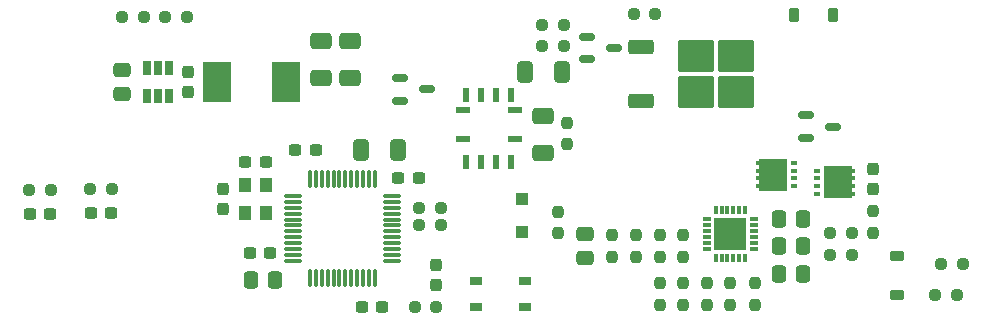
<source format=gbr>
%TF.GenerationSoftware,KiCad,Pcbnew,9.0.6-unknown-202512120022~866d92e1f6~ubuntu24.04.1*%
%TF.CreationDate,2026-01-10T16:13:02+02:00*%
%TF.ProjectId,TalTechHeat,54616c54-6563-4684-9865-61742e6b6963,1.2*%
%TF.SameCoordinates,Original*%
%TF.FileFunction,Paste,Top*%
%TF.FilePolarity,Positive*%
%FSLAX46Y46*%
G04 Gerber Fmt 4.6, Leading zero omitted, Abs format (unit mm)*
G04 Created by KiCad (PCBNEW 9.0.6-unknown-202512120022~866d92e1f6~ubuntu24.04.1) date 2026-01-10 16:13:02*
%MOMM*%
%LPD*%
G01*
G04 APERTURE LIST*
G04 Aperture macros list*
%AMRoundRect*
0 Rectangle with rounded corners*
0 $1 Rounding radius*
0 $2 $3 $4 $5 $6 $7 $8 $9 X,Y pos of 4 corners*
0 Add a 4 corners polygon primitive as box body*
4,1,4,$2,$3,$4,$5,$6,$7,$8,$9,$2,$3,0*
0 Add four circle primitives for the rounded corners*
1,1,$1+$1,$2,$3*
1,1,$1+$1,$4,$5*
1,1,$1+$1,$6,$7*
1,1,$1+$1,$8,$9*
0 Add four rect primitives between the rounded corners*
20,1,$1+$1,$2,$3,$4,$5,0*
20,1,$1+$1,$4,$5,$6,$7,0*
20,1,$1+$1,$6,$7,$8,$9,0*
20,1,$1+$1,$8,$9,$2,$3,0*%
G04 Aperture macros list end*
%ADD10RoundRect,0.225000X0.375000X-0.225000X0.375000X0.225000X-0.375000X0.225000X-0.375000X-0.225000X0*%
%ADD11RoundRect,0.250000X-0.337500X-0.475000X0.337500X-0.475000X0.337500X0.475000X-0.337500X0.475000X0*%
%ADD12R,0.600000X0.400000*%
%ADD13R,2.350000X2.800000*%
%ADD14RoundRect,0.237500X0.237500X-0.250000X0.237500X0.250000X-0.237500X0.250000X-0.237500X-0.250000X0*%
%ADD15RoundRect,0.237500X0.300000X0.237500X-0.300000X0.237500X-0.300000X-0.237500X0.300000X-0.237500X0*%
%ADD16RoundRect,0.250000X0.650000X-0.412500X0.650000X0.412500X-0.650000X0.412500X-0.650000X-0.412500X0*%
%ADD17RoundRect,0.237500X-0.250000X-0.237500X0.250000X-0.237500X0.250000X0.237500X-0.250000X0.237500X0*%
%ADD18RoundRect,0.237500X0.250000X0.237500X-0.250000X0.237500X-0.250000X-0.237500X0.250000X-0.237500X0*%
%ADD19R,1.100000X1.300000*%
%ADD20RoundRect,0.237500X-0.237500X0.250000X-0.237500X-0.250000X0.237500X-0.250000X0.237500X0.250000X0*%
%ADD21RoundRect,0.150000X-0.512500X-0.150000X0.512500X-0.150000X0.512500X0.150000X-0.512500X0.150000X0*%
%ADD22R,1.050000X0.650000*%
%ADD23R,0.300000X0.800000*%
%ADD24R,0.800000X0.300000*%
%ADD25R,2.800000X2.800000*%
%ADD26RoundRect,0.237500X0.237500X-0.300000X0.237500X0.300000X-0.237500X0.300000X-0.237500X-0.300000X0*%
%ADD27R,1.270000X0.610000*%
%ADD28R,0.610000X1.270000*%
%ADD29RoundRect,0.237500X-0.237500X0.300000X-0.237500X-0.300000X0.237500X-0.300000X0.237500X0.300000X0*%
%ADD30RoundRect,0.237500X-0.300000X-0.237500X0.300000X-0.237500X0.300000X0.237500X-0.300000X0.237500X0*%
%ADD31RoundRect,0.075000X-0.662500X-0.075000X0.662500X-0.075000X0.662500X0.075000X-0.662500X0.075000X0*%
%ADD32RoundRect,0.075000X-0.075000X-0.662500X0.075000X-0.662500X0.075000X0.662500X-0.075000X0.662500X0*%
%ADD33RoundRect,0.250000X-0.475000X0.337500X-0.475000X-0.337500X0.475000X-0.337500X0.475000X0.337500X0*%
%ADD34RoundRect,0.250000X0.300000X-0.300000X0.300000X0.300000X-0.300000X0.300000X-0.300000X-0.300000X0*%
%ADD35RoundRect,0.250000X0.475000X-0.337500X0.475000X0.337500X-0.475000X0.337500X-0.475000X-0.337500X0*%
%ADD36RoundRect,0.250000X0.412500X0.650000X-0.412500X0.650000X-0.412500X-0.650000X0.412500X-0.650000X0*%
%ADD37R,0.700000X1.200000*%
%ADD38RoundRect,0.250000X-1.275000X-1.125000X1.275000X-1.125000X1.275000X1.125000X-1.275000X1.125000X0*%
%ADD39RoundRect,0.250000X-0.850000X-0.350000X0.850000X-0.350000X0.850000X0.350000X-0.850000X0.350000X0*%
%ADD40RoundRect,0.250000X-0.412500X-0.650000X0.412500X-0.650000X0.412500X0.650000X-0.412500X0.650000X0*%
%ADD41RoundRect,0.250000X0.337500X0.475000X-0.337500X0.475000X-0.337500X-0.475000X0.337500X-0.475000X0*%
%ADD42R,2.413000X3.429000*%
%ADD43RoundRect,0.250000X-0.650000X0.412500X-0.650000X-0.412500X0.650000X-0.412500X0.650000X0.412500X0*%
%ADD44RoundRect,0.225000X0.225000X0.375000X-0.225000X0.375000X-0.225000X-0.375000X0.225000X-0.375000X0*%
G04 APERTURE END LIST*
D10*
%TO.C,D1*%
X228700000Y-112500000D03*
X228700000Y-109200000D03*
%TD*%
D11*
%TO.C,C21*%
X218650000Y-108375000D03*
X220725000Y-108375000D03*
%TD*%
D12*
%TO.C,Q3*%
X224850000Y-103925000D03*
X224850000Y-103275000D03*
X224850000Y-102625000D03*
X224850000Y-101975000D03*
D13*
X223725000Y-102950000D03*
D12*
X221900000Y-103925000D03*
X221900000Y-103275000D03*
X221900000Y-102625000D03*
X221900000Y-101975000D03*
%TD*%
D14*
%TO.C,R19*%
X208575000Y-113337500D03*
X208575000Y-111512500D03*
%TD*%
D15*
%TO.C,C26*%
X162150000Y-105550000D03*
X160425000Y-105550000D03*
%TD*%
D14*
%TO.C,R18*%
X210575000Y-113337500D03*
X210575000Y-111512500D03*
%TD*%
D16*
%TO.C,C2*%
X182375000Y-94125000D03*
X182375000Y-91000000D03*
%TD*%
D17*
%TO.C,R25*%
X155225000Y-103625000D03*
X157050000Y-103625000D03*
%TD*%
D18*
%TO.C,R23*%
X208200000Y-88712500D03*
X206375000Y-88712500D03*
%TD*%
D19*
%TO.C,Y1*%
X175275000Y-103212500D03*
X175275000Y-105512500D03*
X173475000Y-105512500D03*
X173475000Y-103212500D03*
%TD*%
D20*
%TO.C,R16*%
X204575000Y-107412500D03*
X204575000Y-109237500D03*
%TD*%
D21*
%TO.C,D2*%
X220987500Y-97275000D03*
X220987500Y-99175000D03*
X223262500Y-98225000D03*
%TD*%
D17*
%TO.C,R7*%
X232427500Y-109830000D03*
X234252500Y-109830000D03*
%TD*%
%TO.C,R22*%
X198662500Y-89600000D03*
X200487500Y-89600000D03*
%TD*%
D22*
%TO.C,SW1*%
X197150000Y-113475000D03*
X193000000Y-113475000D03*
X197150000Y-111325000D03*
X193025000Y-111325000D03*
%TD*%
D23*
%TO.C,U4*%
X215825000Y-105325000D03*
X215325000Y-105325000D03*
X214825000Y-105325000D03*
X214325000Y-105325000D03*
X213825000Y-105325000D03*
X213325000Y-105325000D03*
D24*
X212575000Y-106075000D03*
X212575000Y-106575000D03*
X212575000Y-107075000D03*
X212575000Y-107575000D03*
X212575000Y-108075000D03*
X212575000Y-108575000D03*
D23*
X213325000Y-109325000D03*
X213825000Y-109325000D03*
X214325000Y-109325000D03*
X214825000Y-109325000D03*
X215325000Y-109325000D03*
X215825000Y-109325000D03*
D24*
X216575000Y-108575000D03*
X216575000Y-108075000D03*
X216575000Y-107575000D03*
X216575000Y-107075000D03*
X216575000Y-106575000D03*
X216575000Y-106075000D03*
D25*
X214575000Y-107325000D03*
%TD*%
D26*
%TO.C,C11*%
X189650000Y-111637500D03*
X189650000Y-109912500D03*
%TD*%
D27*
%TO.C,Q1*%
X191960000Y-99285000D03*
X196300000Y-99285000D03*
X191960000Y-96850000D03*
X196300000Y-96850000D03*
D28*
X192225000Y-95573000D03*
X193495000Y-95573000D03*
X194765000Y-95573000D03*
X196035000Y-95573000D03*
X196035000Y-101225000D03*
X192225000Y-101225000D03*
X193495000Y-101225000D03*
X194765000Y-101225000D03*
%TD*%
D29*
%TO.C,C19*%
X226625000Y-101787500D03*
X226625000Y-103512500D03*
%TD*%
D30*
%TO.C,C6*%
X186472379Y-102600000D03*
X188197381Y-102600000D03*
%TD*%
D11*
%TO.C,C23*%
X218650000Y-106075000D03*
X220725000Y-106075000D03*
%TD*%
D18*
%TO.C,R12*%
X224850000Y-109125000D03*
X223025000Y-109125000D03*
%TD*%
D31*
%TO.C,U1*%
X177562500Y-104100000D03*
X177562500Y-104600000D03*
X177562500Y-105100000D03*
X177562500Y-105600000D03*
X177562500Y-106100000D03*
X177562500Y-106600000D03*
X177562500Y-107100000D03*
X177562500Y-107600000D03*
X177562500Y-108100000D03*
X177562500Y-108600000D03*
X177562500Y-109100000D03*
X177562500Y-109600000D03*
D32*
X178975000Y-111012500D03*
X179475000Y-111012500D03*
X179975000Y-111012500D03*
X180475000Y-111012500D03*
X180975000Y-111012500D03*
X181475000Y-111012500D03*
X181975000Y-111012500D03*
X182475000Y-111012500D03*
X182975000Y-111012500D03*
X183475000Y-111012500D03*
X183975000Y-111012500D03*
X184475000Y-111012500D03*
D31*
X185887500Y-109600000D03*
X185887500Y-109100000D03*
X185887500Y-108600000D03*
X185887500Y-108100000D03*
X185887500Y-107600000D03*
X185887500Y-107100000D03*
X185887500Y-106600000D03*
X185887500Y-106100000D03*
X185887500Y-105600000D03*
X185887500Y-105100000D03*
X185887500Y-104600000D03*
X185887500Y-104100000D03*
D32*
X184475000Y-102687500D03*
X183975000Y-102687500D03*
X183475000Y-102687500D03*
X182975000Y-102687500D03*
X182475000Y-102687500D03*
X181975000Y-102687500D03*
X181475000Y-102687500D03*
X180975000Y-102687500D03*
X180475000Y-102687500D03*
X179975000Y-102687500D03*
X179475000Y-102687500D03*
X178975000Y-102687500D03*
%TD*%
D18*
%TO.C,R6*%
X233750000Y-112500000D03*
X231925000Y-112500000D03*
%TD*%
D20*
%TO.C,R10*%
X208575000Y-107412500D03*
X208575000Y-109237500D03*
%TD*%
%TO.C,R11*%
X216675000Y-111512500D03*
X216675000Y-113337500D03*
%TD*%
D15*
%TO.C,C9*%
X175637500Y-108950000D03*
X173912500Y-108950000D03*
%TD*%
D14*
%TO.C,R15*%
X226625000Y-107237500D03*
X226625000Y-105412500D03*
%TD*%
D29*
%TO.C,C4*%
X168679000Y-93587500D03*
X168679000Y-95312500D03*
%TD*%
D20*
%TO.C,R17*%
X200000000Y-105450000D03*
X200000000Y-107275000D03*
%TD*%
D33*
%TO.C,C24*%
X202275000Y-107287500D03*
X202275000Y-109362500D03*
%TD*%
D17*
%TO.C,R20*%
X198662500Y-91375000D03*
X200487500Y-91375000D03*
%TD*%
D26*
%TO.C,C13*%
X171650000Y-105225000D03*
X171650000Y-103500000D03*
%TD*%
D17*
%TO.C,R2*%
X166741500Y-88950000D03*
X168566500Y-88950000D03*
%TD*%
%TO.C,R26*%
X160375000Y-103550000D03*
X162200000Y-103550000D03*
%TD*%
%TO.C,R3*%
X188212500Y-106600000D03*
X190037500Y-106600000D03*
%TD*%
D12*
%TO.C,Q2*%
X217025000Y-101325000D03*
X217025000Y-101975000D03*
X217025000Y-102625000D03*
X217025000Y-103275000D03*
D13*
X218150000Y-102300000D03*
D12*
X219975000Y-101325000D03*
X219975000Y-101975000D03*
X219975000Y-102625000D03*
X219975000Y-103275000D03*
%TD*%
D34*
%TO.C,D3*%
X196950000Y-107125000D03*
X196950000Y-104325000D03*
%TD*%
D21*
%TO.C,D4*%
X186625000Y-94125000D03*
X186625000Y-96025000D03*
X188900000Y-95075000D03*
%TD*%
D17*
%TO.C,R14*%
X223025000Y-107250000D03*
X224850000Y-107250000D03*
%TD*%
D21*
%TO.C,Q5*%
X204700000Y-91587500D03*
X202425000Y-90637500D03*
X202425000Y-92537500D03*
%TD*%
D35*
%TO.C,C3*%
X163079000Y-95487500D03*
X163079000Y-93412500D03*
%TD*%
D36*
%TO.C,C8*%
X186450000Y-100237500D03*
X183325000Y-100237500D03*
%TD*%
D20*
%TO.C,R5*%
X200775000Y-97887500D03*
X200775000Y-99712500D03*
%TD*%
D14*
%TO.C,R8*%
X206575000Y-109237500D03*
X206575000Y-107412500D03*
%TD*%
D15*
%TO.C,C12*%
X175237500Y-101262500D03*
X173512500Y-101262500D03*
%TD*%
D14*
%TO.C,R13*%
X214575000Y-113337500D03*
X214575000Y-111512500D03*
%TD*%
D20*
%TO.C,R9*%
X210575000Y-107412500D03*
X210575000Y-109237500D03*
%TD*%
D37*
%TO.C,U2*%
X167054000Y-93250000D03*
X166104000Y-93250000D03*
X165154000Y-93250000D03*
X165154000Y-95650000D03*
X166104000Y-95650000D03*
X167054000Y-95650000D03*
%TD*%
D38*
%TO.C,Q4*%
X211675000Y-92287500D03*
X211675000Y-95337500D03*
X215025000Y-92287500D03*
X215025000Y-95337500D03*
D39*
X207050000Y-91532500D03*
X207050000Y-96092500D03*
%TD*%
D16*
%TO.C,C1*%
X179875000Y-94125000D03*
X179875000Y-91000000D03*
%TD*%
D30*
%TO.C,C7*%
X177750000Y-100187500D03*
X179475000Y-100187500D03*
%TD*%
D15*
%TO.C,C5*%
X185087500Y-113487500D03*
X183362500Y-113487500D03*
%TD*%
D17*
%TO.C,R1*%
X163066500Y-88950000D03*
X164891500Y-88950000D03*
%TD*%
D40*
%TO.C,C20*%
X197187500Y-93575000D03*
X200312500Y-93575000D03*
%TD*%
D20*
%TO.C,R21*%
X212575000Y-111512500D03*
X212575000Y-113337500D03*
%TD*%
D17*
%TO.C,R4*%
X188212500Y-105100000D03*
X190037500Y-105100000D03*
%TD*%
%TO.C,R24*%
X187837500Y-113475000D03*
X189662500Y-113475000D03*
%TD*%
D41*
%TO.C,C10*%
X176037500Y-111187500D03*
X173962500Y-111187500D03*
%TD*%
D42*
%TO.C,L1*%
X171133000Y-94450000D03*
X176975000Y-94450000D03*
%TD*%
D43*
%TO.C,C18*%
X198680000Y-97312500D03*
X198680000Y-100437500D03*
%TD*%
D11*
%TO.C,C22*%
X218650000Y-110675000D03*
X220725000Y-110675000D03*
%TD*%
D44*
%TO.C,D5*%
X223300000Y-88775000D03*
X220000000Y-88775000D03*
%TD*%
D15*
%TO.C,C25*%
X157000000Y-105625000D03*
X155275000Y-105625000D03*
%TD*%
M02*

</source>
